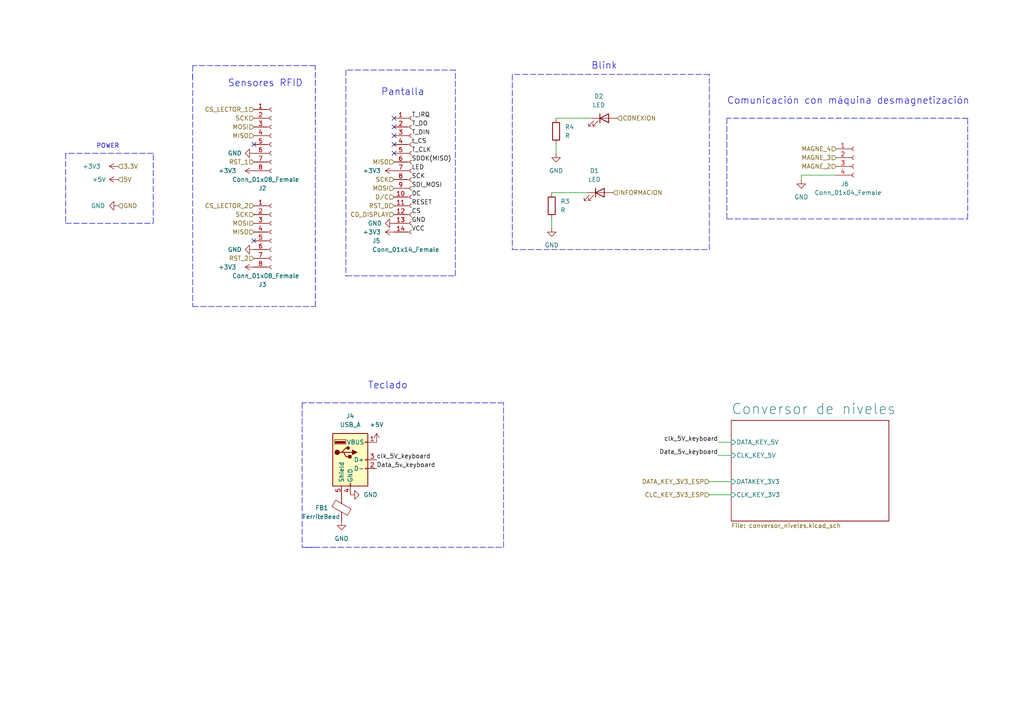
<source format=kicad_sch>
(kicad_sch (version 20211123) (generator eeschema)
  (paper "A4")
  (lib_symbols
    (symbol "Connector:Conn_01x04_Female" (pin_names (offset 1.016) hide)
      (property "Reference" "J" (at 0 5.08 0))
      (property "Value" "Conn_01x04_Female" (at 0 -7.62 0))
      (symbol "Conn_01x04_Female_1_1"
        (arc (start 0 -4.572) (mid -0.508 -5.08) (end 0 -5.588) (stroke (width 0.1524)))
        (arc (start 0 -2.032) (mid -0.508 -2.54) (end 0 -3.048) (stroke (width 0.1524)))
        (polyline (pts (xy -1.27 -5.08) (xy -0.508 -5.08)) (stroke (width 0.1524)))
        (polyline (pts (xy -1.27 -2.54) (xy -0.508 -2.54)) (stroke (width 0.1524)))
        (polyline (pts (xy -1.27 0) (xy -0.508 0)) (stroke (width 0.1524)))
        (polyline (pts (xy -1.27 2.54) (xy -0.508 2.54)) (stroke (width 0.1524)))
        (arc (start 0 0.508) (mid -0.508 0) (end 0 -0.508) (stroke (width 0.1524)))
        (arc (start 0 3.048) (mid -0.508 2.54) (end 0 2.032) (stroke (width 0.1524)))
        (pin passive line (at -5.08 2.54 0) (length 3.81) (name "Pin_1") (number "1"))
        (pin passive line (at -5.08 0 0) (length 3.81) (name "Pin_2") (number "2"))
        (pin passive line (at -5.08 -2.54 0) (length 3.81) (name "Pin_3") (number "3"))
        (pin passive line (at -5.08 -5.08 0) (length 3.81) (name "Pin_4") (number "4"))
      )
    )
    (symbol "Connector:Conn_01x08_Female" (pin_names (offset 1.016) hide)
      (property "Reference" "J" (at 0 10.16 0))
      (property "Value" "Conn_01x08_Female" (at 0 -12.7 0))
      (symbol "Conn_01x08_Female_1_1"
        (arc (start 0 -9.652) (mid -0.508 -10.16) (end 0 -10.668) (stroke (width 0.1524)))
        (arc (start 0 -7.112) (mid -0.508 -7.62) (end 0 -8.128) (stroke (width 0.1524)))
        (arc (start 0 -4.572) (mid -0.508 -5.08) (end 0 -5.588) (stroke (width 0.1524)))
        (arc (start 0 -2.032) (mid -0.508 -2.54) (end 0 -3.048) (stroke (width 0.1524)))
        (polyline (pts (xy -1.27 -10.16) (xy -0.508 -10.16)) (stroke (width 0.1524)))
        (polyline (pts (xy -1.27 -7.62) (xy -0.508 -7.62)) (stroke (width 0.1524)))
        (polyline (pts (xy -1.27 -5.08) (xy -0.508 -5.08)) (stroke (width 0.1524)))
        (polyline (pts (xy -1.27 -2.54) (xy -0.508 -2.54)) (stroke (width 0.1524)))
        (polyline (pts (xy -1.27 0) (xy -0.508 0)) (stroke (width 0.1524)))
        (polyline (pts (xy -1.27 2.54) (xy -0.508 2.54)) (stroke (width 0.1524)))
        (polyline (pts (xy -1.27 5.08) (xy -0.508 5.08)) (stroke (width 0.1524)))
        (polyline (pts (xy -1.27 7.62) (xy -0.508 7.62)) (stroke (width 0.1524)))
        (arc (start 0 0.508) (mid -0.508 0) (end 0 -0.508) (stroke (width 0.1524)))
        (arc (start 0 3.048) (mid -0.508 2.54) (end 0 2.032) (stroke (width 0.1524)))
        (arc (start 0 5.588) (mid -0.508 5.08) (end 0 4.572) (stroke (width 0.1524)))
        (arc (start 0 8.128) (mid -0.508 7.62) (end 0 7.112) (stroke (width 0.1524)))
        (pin passive line (at -5.08 7.62 0) (length 3.81) (name "Pin_1") (number "1"))
        (pin passive line (at -5.08 5.08 0) (length 3.81) (name "Pin_2") (number "2"))
        (pin passive line (at -5.08 2.54 0) (length 3.81) (name "Pin_3") (number "3"))
        (pin passive line (at -5.08 0 0) (length 3.81) (name "Pin_4") (number "4"))
        (pin passive line (at -5.08 -2.54 0) (length 3.81) (name "Pin_5") (number "5"))
        (pin passive line (at -5.08 -5.08 0) (length 3.81) (name "Pin_6") (number "6"))
        (pin passive line (at -5.08 -7.62 0) (length 3.81) (name "Pin_7") (number "7"))
        (pin passive line (at -5.08 -10.16 0) (length 3.81) (name "Pin_8") (number "8"))
      )
    )
    (symbol "Connector:Conn_01x14_Female" (pin_names (offset 1.016) hide)
      (property "Reference" "J" (at 0 17.78 0))
      (property "Value" "Conn_01x14_Female" (at 0 -20.32 0))
      (symbol "Conn_01x14_Female_1_1"
        (arc (start 0 -17.272) (mid -0.508 -17.78) (end 0 -18.288) (stroke (width 0.1524)))
        (arc (start 0 -14.732) (mid -0.508 -15.24) (end 0 -15.748) (stroke (width 0.1524)))
        (arc (start 0 -12.192) (mid -0.508 -12.7) (end 0 -13.208) (stroke (width 0.1524)))
        (arc (start 0 -9.652) (mid -0.508 -10.16) (end 0 -10.668) (stroke (width 0.1524)))
        (arc (start 0 -7.112) (mid -0.508 -7.62) (end 0 -8.128) (stroke (width 0.1524)))
        (arc (start 0 -4.572) (mid -0.508 -5.08) (end 0 -5.588) (stroke (width 0.1524)))
        (arc (start 0 -2.032) (mid -0.508 -2.54) (end 0 -3.048) (stroke (width 0.1524)))
        (polyline (pts (xy -1.27 -17.78) (xy -0.508 -17.78)) (stroke (width 0.1524)))
        (polyline (pts (xy -1.27 -15.24) (xy -0.508 -15.24)) (stroke (width 0.1524)))
        (polyline (pts (xy -1.27 -12.7) (xy -0.508 -12.7)) (stroke (width 0.1524)))
        (polyline (pts (xy -1.27 -10.16) (xy -0.508 -10.16)) (stroke (width 0.1524)))
        (polyline (pts (xy -1.27 -7.62) (xy -0.508 -7.62)) (stroke (width 0.1524)))
        (polyline (pts (xy -1.27 -5.08) (xy -0.508 -5.08)) (stroke (width 0.1524)))
        (polyline (pts (xy -1.27 -2.54) (xy -0.508 -2.54)) (stroke (width 0.1524)))
        (polyline (pts (xy -1.27 0) (xy -0.508 0)) (stroke (width 0.1524)))
        (polyline (pts (xy -1.27 2.54) (xy -0.508 2.54)) (stroke (width 0.1524)))
        (polyline (pts (xy -1.27 5.08) (xy -0.508 5.08)) (stroke (width 0.1524)))
        (polyline (pts (xy -1.27 7.62) (xy -0.508 7.62)) (stroke (width 0.1524)))
        (polyline (pts (xy -1.27 10.16) (xy -0.508 10.16)) (stroke (width 0.1524)))
        (polyline (pts (xy -1.27 12.7) (xy -0.508 12.7)) (stroke (width 0.1524)))
        (polyline (pts (xy -1.27 15.24) (xy -0.508 15.24)) (stroke (width 0.1524)))
        (arc (start 0 0.508) (mid -0.508 0) (end 0 -0.508) (stroke (width 0.1524)))
        (arc (start 0 3.048) (mid -0.508 2.54) (end 0 2.032) (stroke (width 0.1524)))
        (arc (start 0 5.588) (mid -0.508 5.08) (end 0 4.572) (stroke (width 0.1524)))
        (arc (start 0 8.128) (mid -0.508 7.62) (end 0 7.112) (stroke (width 0.1524)))
        (arc (start 0 10.668) (mid -0.508 10.16) (end 0 9.652) (stroke (width 0.1524)))
        (arc (start 0 13.208) (mid -0.508 12.7) (end 0 12.192) (stroke (width 0.1524)))
        (arc (start 0 15.748) (mid -0.508 15.24) (end 0 14.732) (stroke (width 0.1524)))
        (pin passive line (at -5.08 15.24 0) (length 3.81) (name "Pin_1") (number "1"))
        (pin passive line (at -5.08 -7.62 0) (length 3.81) (name "Pin_10") (number "10"))
        (pin passive line (at -5.08 -10.16 0) (length 3.81) (name "Pin_11") (number "11"))
        (pin passive line (at -5.08 -12.7 0) (length 3.81) (name "Pin_12") (number "12"))
        (pin passive line (at -5.08 -15.24 0) (length 3.81) (name "Pin_13") (number "13"))
        (pin passive line (at -5.08 -17.78 0) (length 3.81) (name "Pin_14") (number "14"))
        (pin passive line (at -5.08 12.7 0) (length 3.81) (name "Pin_2") (number "2"))
        (pin passive line (at -5.08 10.16 0) (length 3.81) (name "Pin_3") (number "3"))
        (pin passive line (at -5.08 7.62 0) (length 3.81) (name "Pin_4") (number "4"))
        (pin passive line (at -5.08 5.08 0) (length 3.81) (name "Pin_5") (number "5"))
        (pin passive line (at -5.08 2.54 0) (length 3.81) (name "Pin_6") (number "6"))
        (pin passive line (at -5.08 0 0) (length 3.81) (name "Pin_7") (number "7"))
        (pin passive line (at -5.08 -2.54 0) (length 3.81) (name "Pin_8") (number "8"))
        (pin passive line (at -5.08 -5.08 0) (length 3.81) (name "Pin_9") (number "9"))
      )
    )
    (symbol "Connector:USB_A" (pin_names (offset 1.016))
      (property "Reference" "J" (at -5.08 11.43 0))
      (property "Value" "USB_A" (at -5.08 8.89 0))
      (symbol "USB_A_0_1"
        (rectangle (start -5.08 -7.62) (end 5.08 7.62) (stroke (width 0.254)) (fill (type background)))
        (circle (center -3.81 2.159) (radius 0.635) (stroke (width 0.254)) (fill (type outline)))
        (rectangle (start -1.524 4.826) (end -4.318 5.334) (fill (type outline)))
        (rectangle (start -1.27 4.572) (end -4.572 5.842))
        (circle (center -0.635 3.429) (radius 0.381) (stroke (width 0.254)) (fill (type outline)))
        (rectangle (start -0.127 -7.62) (end 0.127 -6.858))
        (polyline (pts (xy -3.175 2.159) (xy -2.54 2.159) (xy -1.27 3.429) (xy -0.635 3.429)) (stroke (width 0.254)))
        (polyline (pts (xy -2.54 2.159) (xy -1.905 2.159) (xy -1.27 0.889) (xy 0 0.889)) (stroke (width 0.254)))
        (polyline (pts (xy 0.635 2.794) (xy 0.635 1.524) (xy 1.905 2.159) (xy 0.635 2.794)) (stroke (width 0.254)) (fill (type outline)))
        (rectangle (start 0.254 1.27) (end -0.508 0.508) (stroke (width 0.254)) (fill (type outline)))
        (rectangle (start 5.08 -2.667) (end 4.318 -2.413))
        (rectangle (start 5.08 -0.127) (end 4.318 0.127))
        (rectangle (start 5.08 4.953) (end 4.318 5.207))
      )
      (symbol "USB_A_1_1"
        (polyline (pts (xy -1.905 2.159) (xy 0.635 2.159)) (stroke (width 0.254)))
        (pin power_in line (at 7.62 5.08 180) (length 2.54) (name "VBUS") (number "1"))
        (pin bidirectional line (at 7.62 -2.54 180) (length 2.54) (name "D-") (number "2"))
        (pin bidirectional line (at 7.62 0 180) (length 2.54) (name "D+") (number "3"))
        (pin power_in line (at 0 -10.16 90) (length 2.54) (name "GND") (number "4"))
        (pin passive line (at -2.54 -10.16 90) (length 2.54) (name "Shield") (number "5"))
      )
    )
    (symbol "Device:FerriteBead" (pin_numbers hide) (pin_names (offset 0))
      (property "Reference" "FB" (at -3.81 0.635 90))
      (property "Value" "FerriteBead" (at 3.81 0 90))
      (symbol "FerriteBead_0_1"
        (polyline (pts (xy 0 -1.27) (xy 0 -1.2192)))
        (polyline (pts (xy 0 1.27) (xy 0 1.2954)))
        (polyline (pts (xy -2.7686 0.4064) (xy -1.7018 2.2606) (xy 2.7686 -0.3048) (xy 1.6764 -2.159) (xy -2.7686 0.4064)))
      )
      (symbol "FerriteBead_1_1"
        (pin passive line (at 0 3.81 270) (length 2.54) (name "~") (number "1"))
        (pin passive line (at 0 -3.81 90) (length 2.54) (name "~") (number "2"))
      )
    )
    (symbol "Device:LED" (pin_numbers hide) (pin_names (offset 1.016) hide)
      (property "Reference" "D" (at 0 2.54 0))
      (property "Value" "LED" (at 0 -2.54 0))
      (symbol "LED_0_1"
        (polyline (pts (xy -1.27 -1.27) (xy -1.27 1.27)) (stroke (width 0.254)))
        (polyline (pts (xy -1.27 0) (xy 1.27 0)))
        (polyline (pts (xy 1.27 -1.27) (xy 1.27 1.27) (xy -1.27 0) (xy 1.27 -1.27)) (stroke (width 0.254)))
        (polyline (pts (xy -3.048 -0.762) (xy -4.572 -2.286) (xy -3.81 -2.286) (xy -4.572 -2.286) (xy -4.572 -1.524)))
        (polyline (pts (xy -1.778 -0.762) (xy -3.302 -2.286) (xy -2.54 -2.286) (xy -3.302 -2.286) (xy -3.302 -1.524)))
      )
      (symbol "LED_1_1"
        (pin passive line (at -3.81 0 0) (length 2.54) (name "K") (number "1"))
        (pin passive line (at 3.81 0 180) (length 2.54) (name "A") (number "2"))
      )
    )
    (symbol "Device:R" (pin_numbers hide) (pin_names (offset 0))
      (property "Reference" "R" (at 2.032 0 90))
      (property "Value" "R" (at 0 0 90))
      (symbol "R_0_1"
        (rectangle (start -1.016 -2.54) (end 1.016 2.54) (stroke (width 0.254)))
      )
      (symbol "R_1_1"
        (pin passive line (at 0 3.81 270) (length 1.27) (name "~") (number "1"))
        (pin passive line (at 0 -3.81 90) (length 1.27) (name "~") (number "2"))
      )
    )
    (symbol "power:+3.3V" (power) (pin_names (offset 0))
      (property "Value" "+3.3V" (at 0 3.556 0))
      (symbol "+3.3V_0_1"
        (polyline (pts (xy -0.762 1.27) (xy 0 2.54)))
        (polyline (pts (xy 0 0) (xy 0 2.54)))
        (polyline (pts (xy 0 2.54) (xy 0.762 1.27)))
      )
      (symbol "+3.3V_1_1"
        (pin power_in line (at 0 0 90) (length 0) hide (name "+3V3") (number "1"))
      )
    )
    (symbol "power:+5V" (power) (pin_names (offset 0))
      (property "Value" "+5V" (at 0 3.556 0))
      (symbol "+5V_0_1"
        (polyline (pts (xy -0.762 1.27) (xy 0 2.54)))
        (polyline (pts (xy 0 0) (xy 0 2.54)))
        (polyline (pts (xy 0 2.54) (xy 0.762 1.27)))
      )
      (symbol "+5V_1_1"
        (pin power_in line (at 0 0 90) (length 0) hide (name "+5V") (number "1"))
      )
    )
    (symbol "power:GND" (power) (pin_names (offset 0))
      (property "Value" "GND" (at 0 -3.81 0))
      (symbol "GND_0_1"
        (polyline (pts (xy 0 0) (xy 0 -1.27) (xy 1.27 -1.27) (xy 0 -2.54) (xy -1.27 -1.27) (xy 0 -1.27)))
      )
      (symbol "GND_1_1"
        (pin power_in line (at 0 0 270) (length 0) hide (name "GND") (number "1"))
      )
    )
  )
  (no_connect (at 114.3 34.29))
  (no_connect (at 114.3 36.83))
  (no_connect (at 114.3 39.37))
  (no_connect (at 114.3 41.91))
  (no_connect (at 114.3 44.45))
  (no_connect (at 73.66 41.91))
  (no_connect (at 73.66 69.85))
  (polyline (pts (xy 55.88 19.05) (xy 55.88 22.86)))
  (wire (pts (xy 205.74 139.7) (xy 212.09 139.7)))
  (polyline (pts (xy 210.82 63.5) (xy 218.44 63.5)))
  (wire (pts (xy 208.28 132.08) (xy 212.09 132.08)))
  (polyline (pts (xy 146.05 116.84) (xy 87.63 116.84)))
  (polyline (pts (xy 210.82 34.29) (xy 210.82 63.5)))
  (wire (pts (xy 160.02 55.88) (xy 170.18 55.88)))
  (polyline (pts (xy 100.33 80.01) (xy 132.08 80.01)))
  (polyline (pts (xy 205.74 21.59) (xy 148.59 21.59)))
  (polyline (pts (xy 44.45 64.77) (xy 44.45 44.45)))
  (wire (pts (xy 161.29 34.29) (xy 171.45 34.29)))
  (wire (pts (xy 208.28 128.27) (xy 212.09 128.27)))
  (polyline (pts (xy 88.9 158.75) (xy 146.05 158.75)))
  (polyline (pts (xy 146.05 158.75) (xy 146.05 116.84)))
  (polyline (pts (xy 91.44 88.9) (xy 91.44 19.05)))
  (polyline (pts (xy 218.44 63.5) (xy 280.67 63.5)))
  (polyline (pts (xy 19.05 64.77) (xy 44.45 64.77)))
  (polyline (pts (xy 148.59 72.39) (xy 205.74 72.39)))
  (polyline (pts (xy 132.08 20.32) (xy 100.33 20.32)))
  (polyline (pts (xy 280.67 63.5) (xy 280.67 34.29)))
  (wire (pts (xy 205.74 143.51) (xy 212.09 143.51)))
  (polyline (pts (xy 280.67 34.29) (xy 210.82 34.29)))
  (polyline (pts (xy 55.88 21.59) (xy 55.88 88.9)))
  (polyline (pts (xy 148.59 21.59) (xy 148.59 72.39)))
  (polyline (pts (xy 44.45 44.45) (xy 19.05 44.45)))
  (polyline (pts (xy 100.33 20.32) (xy 100.33 80.01)))
  (polyline (pts (xy 205.74 72.39) (xy 205.74 21.59)))
  (polyline (pts (xy 55.88 88.9) (xy 91.44 88.9)))
  (polyline (pts (xy 87.63 116.84) (xy 87.63 158.75)))
  (wire (pts (xy 232.41 50.8) (xy 232.41 52.07)))
  (wire (pts (xy 160.02 63.5) (xy 160.02 66.04)))
  (polyline (pts (xy 91.44 19.05) (xy 55.88 19.05)))
  (wire (pts (xy 161.29 41.91) (xy 161.29 44.45)))
  (wire (pts (xy 242.57 50.8) (xy 232.41 50.8)))
  (polyline (pts (xy 19.05 44.45) (xy 19.05 64.77)))
  (polyline (pts (xy 87.63 158.75) (xy 91.44 158.75)))
  (polyline (pts (xy 132.08 80.01) (xy 132.08 20.32)))
  (text "Sensores RFID\n" (at 66.04 25.4 0) (effects (font (size 2 2)) (justify left bottom)))
  (text "Teclado\n" (at 106.68 113.03 0) (effects (font (size 2 2)) (justify left bottom)))
  (text "Pantalla" (at 110.49 27.94 0) (effects (font (size 2 2)) (justify left bottom)))
  (text "Comunicación con máquina desmagnetización \n" (at 210.82 30.48 0) (effects (font (size 2 2)) (justify left bottom)))
  (text "POWER\n" (at 27.94 43.18 0) (effects (font (size 1.27 1.27)) (justify left bottom)))
  (text "Blink\n" (at 171.45 20.32 0) (effects (font (size 2 2)) (justify left bottom)))
  (label "T_DO" (at 119.38 36.83 0))
  (label "T_IRQ" (at 119.38 34.29 0))
  (label "CS" (at 119.38 62.23 0))
  (label "Data_5v_keyboard" (at 109.22 135.89 0))
  (label "Data_5v_keyboard" (at 208.28 132.08 180))
  (label "VCC" (at 119.38 67.31 0))
  (label "t_CS" (at 119.38 41.91 0))
  (label "SDI_MOSI" (at 119.38 54.61 0))
  (label "GND" (at 119.38 64.77 0))
  (label "clk_5V_keyboard" (at 109.22 133.35 0))
  (label "T_DIN" (at 119.38 39.37 0))
  (label "T_CLK" (at 119.38 44.45 0))
  (label "RESET" (at 119.38 59.69 0))
  (label "DC" (at 119.38 57.15 0))
  (label "clk_5V_keyboard" (at 208.28 128.27 180))
  (label "SDOK(MISO)" (at 119.38 46.99 0))
  (label "SCK" (at 119.38 52.07 0))
  (label "LED" (at 119.38 49.53 0))
  (hierarchical_label "D{slash}C" (shape input) (at 114.3 57.15 180))
  (hierarchical_label "DATA_KEY_3V3_ESP" (shape input) (at 205.74 139.7 180))
  (hierarchical_label "GND" (shape input) (at 34.29 59.69 0))
  (hierarchical_label "RST_2" (shape input) (at 73.66 74.93 180))
  (hierarchical_label "3.3V" (shape input) (at 34.29 48.26 0))
  (hierarchical_label "CS_LECTOR_2" (shape input) (at 73.66 59.69 180))
  (hierarchical_label "MAGNE_4" (shape input) (at 242.57 43.18 180))
  (hierarchical_label "SCK" (shape input) (at 73.66 62.23 180))
  (hierarchical_label "RST_D" (shape input) (at 114.3 59.69 180))
  (hierarchical_label "MAGNE_3" (shape input) (at 242.57 45.72 180))
  (hierarchical_label "MOSI" (shape input) (at 73.66 64.77 180))
  (hierarchical_label "RST_1" (shape input) (at 73.66 46.99 180))
  (hierarchical_label "5V" (shape input) (at 34.29 52.07 0))
  (hierarchical_label "MISO" (shape input) (at 114.3 46.99 180))
  (hierarchical_label "SCK" (shape input) (at 73.66 34.29 180))
  (hierarchical_label "SCK" (shape input) (at 114.3 52.07 180))
  (hierarchical_label "CD_DISPLAY" (shape input) (at 114.3 62.23 180))
  (hierarchical_label "MISO" (shape input) (at 73.66 39.37 180))
  (hierarchical_label "MOSI" (shape input) (at 114.3 54.61 180))
  (hierarchical_label "MAGNE_2" (shape input) (at 242.57 48.26 180))
  (hierarchical_label "INFORMACION" (shape input) (at 177.8 55.88 0))
  (hierarchical_label "CS_LECTOR_1" (shape input) (at 73.66 31.75 180))
  (hierarchical_label "MISO" (shape input) (at 73.66 67.31 180))
  (hierarchical_label "CONEXION" (shape input) (at 179.07 34.29 0))
  (hierarchical_label "CLC_KEY_3V3_ESP" (shape input) (at 205.74 143.51 180))
  (hierarchical_label "MOSI" (shape input) (at 73.66 36.83 180))
  (symbol (lib_id "power:+3.3V") (at 73.66 49.53 90) (unit 1)
    (property "Reference" "#PWR022" (effects hide))
    (property "Value" "+3.3V" (at 68.58 49.53 90) (effects (justify left)))
  )
  (symbol (lib_id "power:GND") (at 99.06 151.13 0) (unit 1)
    (property "Reference" "#PWR025" (effects hide))
    (property "Value" "GND" (at 99.06 156.21 0))
  )
  (symbol (lib_id "Device:LED") (at 175.26 34.29 0) (unit 1)
    (property "Reference" "D2" (at 173.6725 27.94 0))
    (property "Value" "LED" (at 173.6725 30.48 0))
    (property "Footprint" "LED_SMD:LED_1206_3216Metric_Pad1.42x1.75mm_HandSolder" (effects hide))
    (property "compra" "https://articulo.mercadolibre.com.co/MCO-638946948-diodo-led-smd-1206-x-5-unidades-_JM?searchVariation=88912430079#searchVariation=88912430079&position=43&search_layout=stack&type=item&tracking_id=d4231f3d-9e3d-4e5a-af3b-f00ddaa8a1b0" (effects hide))
  )
  (symbol (lib_id "Connector:Conn_01x08_Female") (at 78.74 39.37 0) (unit 1)
    (property "Reference" "J2" (at 74.93 54.61 0) (effects (justify left)))
    (property "Value" "Conn_01x08_Female" (at 67.31 52.07 0) (effects (justify left)))
    (property "Footprint" "Connector_JST:JST_EH_S8B-EH_1x08_P2.50mm_Horizontal" (effects hide))
  )
  (symbol (lib_id "Connector:Conn_01x04_Female") (at 247.65 45.72 0) (unit 1)
    (property "Reference" "J6" (at 243.84 53.34 0) (effects (justify left)))
    (property "Value" "Conn_01x04_Female" (at 236.22 55.88 0) (effects (justify left)))
    (property "Footprint" "Connector_JST:JST_EH_S4B-EH_1x04_P2.50mm_Horizontal" (effects hide))
  )
  (symbol (lib_id "power:GND") (at 161.29 44.45 0) (unit 1)
    (property "Reference" "#PWR032" (effects hide))
    (property "Value" "GND" (at 161.29 49.53 0))
  )
  (symbol (lib_id "power:+3.3V") (at 114.3 67.31 90) (unit 1)
    (property "Reference" "#PWR030" (effects hide))
    (property "Value" "+3.3V" (at 110.49 67.3099 90) (effects (justify left)))
  )
  (symbol (lib_id "power:GND") (at 160.02 66.04 0) (unit 1)
    (property "Reference" "#PWR031" (effects hide))
    (property "Value" "GND" (at 160.02 71.12 0))
  )
  (symbol (lib_id "power:+5V") (at 109.22 128.27 0) (unit 1)
    (property "Reference" "#PWR027" (effects hide))
    (property "Value" "+5V" (at 109.22 123.19 0))
  )
  (symbol (lib_id "power:GND") (at 73.66 44.45 270) (unit 1)
    (property "Reference" "#PWR021" (effects hide))
    (property "Value" "GND" (at 66.04 44.45 90) (effects (justify left)))
  )
  (symbol (lib_id "power:GND") (at 101.6 143.51 90) (unit 1)
    (property "Reference" "#PWR026" (effects hide))
    (property "Value" "GND" (at 105.41 143.5099 90) (effects (justify right)))
  )
  (symbol (lib_id "Device:LED") (at 173.99 55.88 0) (unit 1)
    (property "Reference" "D1" (at 172.4025 49.53 0))
    (property "Value" "LED" (at 172.4025 52.07 0))
    (property "Footprint" "LED_SMD:LED_1206_3216Metric_Pad1.42x1.75mm_HandSolder" (effects hide))
    (property "compra" "https://articulo.mercadolibre.com.co/MCO-638946948-diodo-led-smd-1206-x-5-unidades-_JM?searchVariation=88912430079#searchVariation=88912430079&position=43&search_layout=stack&type=item&tracking_id=d4231f3d-9e3d-4e5a-af3b-f00ddaa8a1b0" (effects hide))
  )
  (symbol (lib_id "Connector:USB_A") (at 101.6 133.35 0) (unit 1)
    (property "Reference" "J4" (at 101.6 120.65 0))
    (property "Value" "USB_A" (at 101.6 123.19 0))
    (property "Footprint" "Connector_USB:USB_A_Molex_67643_Horizontal" (effects hide))
    (property "Datasheet" " ~" (effects hide))
  )
  (symbol (lib_id "power:GND") (at 34.29 59.69 270) (mirror x) (unit 1)
    (property "Reference" "#PWR020" (effects hide))
    (property "Value" "GND" (at 30.48 59.6899 90) (effects (justify right)))
  )
  (symbol (lib_id "Device:FerriteBead") (at 99.06 147.32 0) (unit 1)
    (property "Reference" "FB1" (at 91.44 147.32 0) (effects (justify left)))
    (property "Value" "FerriteBead" (at 87.63 149.86 0) (effects (justify left)))
    (property "Footprint" "Resistor_SMD:R_0603_1608Metric_Pad0.98x0.95mm_HandSolder" (effects hide))
  )
  (symbol (lib_id "power:+3.3V") (at 73.66 77.47 90) (unit 1)
    (property "Reference" "#PWR024" (effects hide))
    (property "Value" "+3.3V" (at 68.58 77.47 90) (effects (justify left)))
  )
  (symbol (lib_id "Device:R") (at 161.29 38.1 0) (unit 1)
    (property "Reference" "R4" (at 163.83 36.8299 0) (effects (justify left)))
    (property "Value" "R" (at 163.83 39.3699 0) (effects (justify left)))
    (property "Footprint" "Resistor_SMD:R_0805_2012Metric_Pad1.20x1.40mm_HandSolder" (effects hide))
  )
  (symbol (lib_id "power:GND") (at 73.66 72.39 270) (unit 1)
    (property "Reference" "#PWR023" (effects hide))
    (property "Value" "GND" (at 66.04 72.39 90) (effects (justify left)))
  )
  (symbol (lib_id "Connector:Conn_01x14_Female") (at 119.38 49.53 0) (unit 1)
    (property "Reference" "J5" (at 107.95 69.85 0) (effects (justify left)))
    (property "Value" "Conn_01x14_Female" (at 107.95 72.39 0) (effects (justify left)))
    (property "Footprint" "Connector_JST:JST_EH_S14B-EH_1x14_P2.50mm_Horizontal" (effects hide))
  )
  (symbol (lib_id "Device:R") (at 160.02 59.69 0) (unit 1)
    (property "Reference" "R3" (at 162.56 58.4199 0) (effects (justify left)))
    (property "Value" "R" (at 162.56 60.9599 0) (effects (justify left)))
    (property "Footprint" "Resistor_SMD:R_0805_2012Metric_Pad1.20x1.40mm_HandSolder" (effects hide))
  )
  (symbol (lib_id "power:+3.3V") (at 34.29 48.26 90) (unit 1)
    (property "Reference" "#PWR018" (effects hide))
    (property "Value" "+3.3V" (at 29.21 48.26 90) (effects (justify left)))
  )
  (symbol (lib_id "Connector:Conn_01x08_Female") (at 78.74 67.31 0) (unit 1)
    (property "Reference" "J3" (at 74.93 82.55 0) (effects (justify left)))
    (property "Value" "Conn_01x08_Female" (at 67.31 80.01 0) (effects (justify left)))
    (property "Footprint" "Connector_JST:JST_EH_S8B-EH_1x08_P2.50mm_Horizontal" (effects hide))
  )
  (symbol (lib_id "power:+5V") (at 34.29 52.07 90) (unit 1)
    (property "Reference" "#PWR019" (effects hide))
    (property "Value" "+5V" (at 26.67 52.07 90) (effects (justify right)))
  )
  (symbol (lib_id "power:+3.3V") (at 114.3 49.53 90) (unit 1)
    (property "Reference" "#PWR028" (effects hide))
    (property "Value" "+3.3V" (at 110.49 49.5299 90) (effects (justify left)))
  )
  (symbol (lib_id "power:GND") (at 114.3 64.77 270) (mirror x) (unit 1)
    (property "Reference" "#PWR029" (effects hide))
    (property "Value" "GND" (at 106.68 64.77 90) (effects (justify left)))
  )
  (symbol (lib_id "power:GND") (at 232.41 52.07 0) (unit 1)
    (property "Reference" "#PWR033" (effects hide))
    (property "Value" "GND" (at 232.41 57.15 0))
  )
  (sheet (at 212.09 121.92) (size 45.72 29.21) (stroke (width 0.1524))
    (property "Sheet name" "Conversor de niveles" (at 212.09 120.3434 0) (effects (font (size 3 3)) (justify left bottom)))
    (property "Sheet file" "conversor_niveles.kicad_sch" (at 212.09 151.7146 0) (effects (justify left top)))
    (pin "CLK_KEY_3V3" input (at 212.09 143.51 180))
    (pin "CLK_KEY_5V" input (at 212.09 132.08 180))
    (pin "DATA_KEY_5V" input (at 212.09 128.27 180))
    (pin "DATAKEY_3V3" input (at 212.09 139.7 180))
  )
)
</source>
